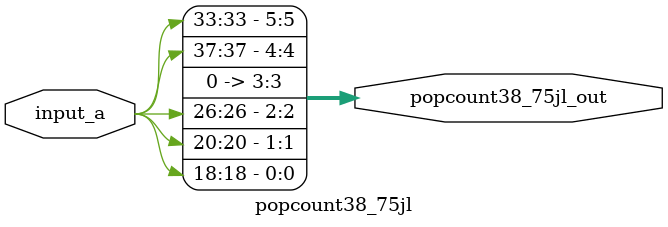
<source format=v>

module popcount38_75jl(input [37:0] input_a, output [5:0] popcount38_75jl_out);
  wire popcount38_75jl_core_040;
  wire popcount38_75jl_core_041;
  wire popcount38_75jl_core_042;
  wire popcount38_75jl_core_044;
  wire popcount38_75jl_core_047;
  wire popcount38_75jl_core_048;
  wire popcount38_75jl_core_049;
  wire popcount38_75jl_core_050;
  wire popcount38_75jl_core_051;
  wire popcount38_75jl_core_052;
  wire popcount38_75jl_core_054;
  wire popcount38_75jl_core_058;
  wire popcount38_75jl_core_060;
  wire popcount38_75jl_core_061;
  wire popcount38_75jl_core_063;
  wire popcount38_75jl_core_066;
  wire popcount38_75jl_core_068;
  wire popcount38_75jl_core_069;
  wire popcount38_75jl_core_070;
  wire popcount38_75jl_core_071;
  wire popcount38_75jl_core_072;
  wire popcount38_75jl_core_073;
  wire popcount38_75jl_core_075;
  wire popcount38_75jl_core_077;
  wire popcount38_75jl_core_078;
  wire popcount38_75jl_core_082;
  wire popcount38_75jl_core_084;
  wire popcount38_75jl_core_088;
  wire popcount38_75jl_core_089;
  wire popcount38_75jl_core_091;
  wire popcount38_75jl_core_092;
  wire popcount38_75jl_core_095;
  wire popcount38_75jl_core_096;
  wire popcount38_75jl_core_098;
  wire popcount38_75jl_core_099;
  wire popcount38_75jl_core_101;
  wire popcount38_75jl_core_104;
  wire popcount38_75jl_core_105;
  wire popcount38_75jl_core_108;
  wire popcount38_75jl_core_109;
  wire popcount38_75jl_core_110;
  wire popcount38_75jl_core_111;
  wire popcount38_75jl_core_112;
  wire popcount38_75jl_core_114;
  wire popcount38_75jl_core_115;
  wire popcount38_75jl_core_117;
  wire popcount38_75jl_core_118;
  wire popcount38_75jl_core_119;
  wire popcount38_75jl_core_120;
  wire popcount38_75jl_core_122;
  wire popcount38_75jl_core_125;
  wire popcount38_75jl_core_126;
  wire popcount38_75jl_core_127_not;
  wire popcount38_75jl_core_128;
  wire popcount38_75jl_core_130;
  wire popcount38_75jl_core_131;
  wire popcount38_75jl_core_132;
  wire popcount38_75jl_core_133;
  wire popcount38_75jl_core_134;
  wire popcount38_75jl_core_135;
  wire popcount38_75jl_core_137;
  wire popcount38_75jl_core_139;
  wire popcount38_75jl_core_140_not;
  wire popcount38_75jl_core_141_not;
  wire popcount38_75jl_core_142;
  wire popcount38_75jl_core_143;
  wire popcount38_75jl_core_144;
  wire popcount38_75jl_core_146;
  wire popcount38_75jl_core_147;
  wire popcount38_75jl_core_149;
  wire popcount38_75jl_core_152;
  wire popcount38_75jl_core_153;
  wire popcount38_75jl_core_155;
  wire popcount38_75jl_core_156;
  wire popcount38_75jl_core_158;
  wire popcount38_75jl_core_159;
  wire popcount38_75jl_core_161;
  wire popcount38_75jl_core_162;
  wire popcount38_75jl_core_163;
  wire popcount38_75jl_core_166;
  wire popcount38_75jl_core_167;
  wire popcount38_75jl_core_170;
  wire popcount38_75jl_core_171;
  wire popcount38_75jl_core_172;
  wire popcount38_75jl_core_173;
  wire popcount38_75jl_core_174;
  wire popcount38_75jl_core_175;
  wire popcount38_75jl_core_176;
  wire popcount38_75jl_core_179;
  wire popcount38_75jl_core_180;
  wire popcount38_75jl_core_181;
  wire popcount38_75jl_core_182;
  wire popcount38_75jl_core_183;
  wire popcount38_75jl_core_184;
  wire popcount38_75jl_core_185;
  wire popcount38_75jl_core_186;
  wire popcount38_75jl_core_187;
  wire popcount38_75jl_core_188;
  wire popcount38_75jl_core_191;
  wire popcount38_75jl_core_193;
  wire popcount38_75jl_core_194;
  wire popcount38_75jl_core_195;
  wire popcount38_75jl_core_199;
  wire popcount38_75jl_core_200;
  wire popcount38_75jl_core_201;
  wire popcount38_75jl_core_202;
  wire popcount38_75jl_core_204;
  wire popcount38_75jl_core_205;
  wire popcount38_75jl_core_206;
  wire popcount38_75jl_core_208;
  wire popcount38_75jl_core_209;
  wire popcount38_75jl_core_211;
  wire popcount38_75jl_core_212;
  wire popcount38_75jl_core_213;
  wire popcount38_75jl_core_214;
  wire popcount38_75jl_core_215;
  wire popcount38_75jl_core_216;
  wire popcount38_75jl_core_218;
  wire popcount38_75jl_core_219;
  wire popcount38_75jl_core_220;
  wire popcount38_75jl_core_221;
  wire popcount38_75jl_core_224;
  wire popcount38_75jl_core_225_not;
  wire popcount38_75jl_core_226;
  wire popcount38_75jl_core_228;
  wire popcount38_75jl_core_230;
  wire popcount38_75jl_core_232;
  wire popcount38_75jl_core_233;
  wire popcount38_75jl_core_235;
  wire popcount38_75jl_core_236;
  wire popcount38_75jl_core_239;
  wire popcount38_75jl_core_240;
  wire popcount38_75jl_core_242;
  wire popcount38_75jl_core_243;
  wire popcount38_75jl_core_244;
  wire popcount38_75jl_core_245;
  wire popcount38_75jl_core_246;
  wire popcount38_75jl_core_247;
  wire popcount38_75jl_core_249;
  wire popcount38_75jl_core_250;
  wire popcount38_75jl_core_251;
  wire popcount38_75jl_core_253;
  wire popcount38_75jl_core_254;
  wire popcount38_75jl_core_256;
  wire popcount38_75jl_core_258;
  wire popcount38_75jl_core_259;
  wire popcount38_75jl_core_260;
  wire popcount38_75jl_core_261;
  wire popcount38_75jl_core_262;
  wire popcount38_75jl_core_263;
  wire popcount38_75jl_core_264;
  wire popcount38_75jl_core_265;
  wire popcount38_75jl_core_266;
  wire popcount38_75jl_core_267;
  wire popcount38_75jl_core_268;
  wire popcount38_75jl_core_271;
  wire popcount38_75jl_core_272;
  wire popcount38_75jl_core_274;
  wire popcount38_75jl_core_276;
  wire popcount38_75jl_core_277;
  wire popcount38_75jl_core_278;
  wire popcount38_75jl_core_280;
  wire popcount38_75jl_core_281;
  wire popcount38_75jl_core_283;
  wire popcount38_75jl_core_285;
  wire popcount38_75jl_core_286;
  wire popcount38_75jl_core_290;
  wire popcount38_75jl_core_291;
  wire popcount38_75jl_core_292;
  wire popcount38_75jl_core_293;

  assign popcount38_75jl_core_040 = ~input_a[3];
  assign popcount38_75jl_core_041 = ~(input_a[34] ^ input_a[37]);
  assign popcount38_75jl_core_042 = input_a[28] | input_a[31];
  assign popcount38_75jl_core_044 = ~input_a[7];
  assign popcount38_75jl_core_047 = input_a[35] ^ input_a[22];
  assign popcount38_75jl_core_048 = ~(input_a[28] | input_a[18]);
  assign popcount38_75jl_core_049 = input_a[21] | input_a[28];
  assign popcount38_75jl_core_050 = ~(input_a[22] ^ input_a[33]);
  assign popcount38_75jl_core_051 = ~(input_a[26] | input_a[19]);
  assign popcount38_75jl_core_052 = input_a[36] ^ input_a[22];
  assign popcount38_75jl_core_054 = ~(input_a[24] & input_a[18]);
  assign popcount38_75jl_core_058 = input_a[34] ^ input_a[25];
  assign popcount38_75jl_core_060 = ~(input_a[30] | input_a[24]);
  assign popcount38_75jl_core_061 = ~(input_a[18] | input_a[22]);
  assign popcount38_75jl_core_063 = input_a[24] | input_a[31];
  assign popcount38_75jl_core_066 = ~(input_a[8] ^ input_a[7]);
  assign popcount38_75jl_core_068 = input_a[24] & input_a[25];
  assign popcount38_75jl_core_069 = ~input_a[7];
  assign popcount38_75jl_core_070 = input_a[19] | input_a[10];
  assign popcount38_75jl_core_071 = input_a[14] ^ input_a[6];
  assign popcount38_75jl_core_072 = ~input_a[22];
  assign popcount38_75jl_core_073 = input_a[23] ^ input_a[6];
  assign popcount38_75jl_core_075 = ~(input_a[26] & input_a[17]);
  assign popcount38_75jl_core_077 = input_a[6] | input_a[7];
  assign popcount38_75jl_core_078 = ~(input_a[14] | input_a[27]);
  assign popcount38_75jl_core_082 = ~input_a[34];
  assign popcount38_75jl_core_084 = input_a[17] | input_a[27];
  assign popcount38_75jl_core_088 = ~(input_a[4] | input_a[14]);
  assign popcount38_75jl_core_089 = ~(input_a[6] | input_a[14]);
  assign popcount38_75jl_core_091 = ~(input_a[34] | input_a[37]);
  assign popcount38_75jl_core_092 = ~input_a[18];
  assign popcount38_75jl_core_095 = ~(input_a[15] & input_a[27]);
  assign popcount38_75jl_core_096 = ~(input_a[34] ^ input_a[1]);
  assign popcount38_75jl_core_098 = input_a[7] & input_a[22];
  assign popcount38_75jl_core_099 = ~(input_a[14] & input_a[5]);
  assign popcount38_75jl_core_101 = ~(input_a[17] ^ input_a[32]);
  assign popcount38_75jl_core_104 = ~(input_a[6] ^ input_a[19]);
  assign popcount38_75jl_core_105 = ~input_a[28];
  assign popcount38_75jl_core_108 = ~input_a[7];
  assign popcount38_75jl_core_109 = ~(input_a[0] & input_a[7]);
  assign popcount38_75jl_core_110 = input_a[28] ^ input_a[7];
  assign popcount38_75jl_core_111 = ~(input_a[37] ^ input_a[29]);
  assign popcount38_75jl_core_112 = ~(input_a[9] ^ input_a[25]);
  assign popcount38_75jl_core_114 = input_a[33] ^ input_a[30];
  assign popcount38_75jl_core_115 = input_a[15] & input_a[3];
  assign popcount38_75jl_core_117 = ~(input_a[17] | input_a[19]);
  assign popcount38_75jl_core_118 = input_a[29] ^ input_a[12];
  assign popcount38_75jl_core_119 = ~(input_a[14] | input_a[36]);
  assign popcount38_75jl_core_120 = ~(input_a[8] & input_a[16]);
  assign popcount38_75jl_core_122 = input_a[37] ^ input_a[32];
  assign popcount38_75jl_core_125 = input_a[19] ^ input_a[12];
  assign popcount38_75jl_core_126 = ~(input_a[29] ^ input_a[2]);
  assign popcount38_75jl_core_127_not = ~input_a[5];
  assign popcount38_75jl_core_128 = ~(input_a[27] & input_a[33]);
  assign popcount38_75jl_core_130 = ~(input_a[28] | input_a[1]);
  assign popcount38_75jl_core_131 = input_a[34] | input_a[20];
  assign popcount38_75jl_core_132 = ~(input_a[33] ^ input_a[4]);
  assign popcount38_75jl_core_133 = ~(input_a[11] | input_a[13]);
  assign popcount38_75jl_core_134 = ~(input_a[22] | input_a[20]);
  assign popcount38_75jl_core_135 = ~input_a[6];
  assign popcount38_75jl_core_137 = input_a[32] & input_a[19];
  assign popcount38_75jl_core_139 = input_a[20] | input_a[32];
  assign popcount38_75jl_core_140_not = ~input_a[15];
  assign popcount38_75jl_core_141_not = ~input_a[33];
  assign popcount38_75jl_core_142 = ~(input_a[2] | input_a[9]);
  assign popcount38_75jl_core_143 = ~(input_a[34] | input_a[26]);
  assign popcount38_75jl_core_144 = ~input_a[16];
  assign popcount38_75jl_core_146 = input_a[2] | input_a[19];
  assign popcount38_75jl_core_147 = input_a[9] ^ input_a[18];
  assign popcount38_75jl_core_149 = input_a[5] | input_a[15];
  assign popcount38_75jl_core_152 = input_a[29] & input_a[10];
  assign popcount38_75jl_core_153 = input_a[14] | input_a[10];
  assign popcount38_75jl_core_155 = ~(input_a[18] & input_a[34]);
  assign popcount38_75jl_core_156 = ~(input_a[25] | input_a[29]);
  assign popcount38_75jl_core_158 = ~(input_a[3] ^ input_a[25]);
  assign popcount38_75jl_core_159 = ~input_a[14];
  assign popcount38_75jl_core_161 = input_a[12] | input_a[16];
  assign popcount38_75jl_core_162 = input_a[24] ^ input_a[29];
  assign popcount38_75jl_core_163 = ~(input_a[19] & input_a[22]);
  assign popcount38_75jl_core_166 = ~input_a[20];
  assign popcount38_75jl_core_167 = ~(input_a[2] ^ input_a[20]);
  assign popcount38_75jl_core_170 = input_a[17] | input_a[15];
  assign popcount38_75jl_core_171 = ~(input_a[7] & input_a[37]);
  assign popcount38_75jl_core_172 = ~(input_a[37] | input_a[37]);
  assign popcount38_75jl_core_173 = ~(input_a[15] | input_a[8]);
  assign popcount38_75jl_core_174 = ~(input_a[19] ^ input_a[0]);
  assign popcount38_75jl_core_175 = ~(input_a[17] ^ input_a[29]);
  assign popcount38_75jl_core_176 = ~input_a[22];
  assign popcount38_75jl_core_179 = ~(input_a[6] & input_a[26]);
  assign popcount38_75jl_core_180 = ~(input_a[30] | input_a[17]);
  assign popcount38_75jl_core_181 = input_a[35] | input_a[22];
  assign popcount38_75jl_core_182 = input_a[32] & input_a[30];
  assign popcount38_75jl_core_183 = ~(input_a[30] & input_a[16]);
  assign popcount38_75jl_core_184 = ~(input_a[5] & input_a[28]);
  assign popcount38_75jl_core_185 = ~(input_a[8] ^ input_a[16]);
  assign popcount38_75jl_core_186 = input_a[15] | input_a[34];
  assign popcount38_75jl_core_187 = ~(input_a[15] | input_a[37]);
  assign popcount38_75jl_core_188 = ~(input_a[13] & input_a[0]);
  assign popcount38_75jl_core_191 = ~(input_a[35] & input_a[29]);
  assign popcount38_75jl_core_193 = ~(input_a[4] & input_a[28]);
  assign popcount38_75jl_core_194 = ~input_a[1];
  assign popcount38_75jl_core_195 = input_a[0] | input_a[23];
  assign popcount38_75jl_core_199 = input_a[9] | input_a[34];
  assign popcount38_75jl_core_200 = input_a[13] & input_a[28];
  assign popcount38_75jl_core_201 = ~(input_a[34] ^ input_a[19]);
  assign popcount38_75jl_core_202 = ~(input_a[9] ^ input_a[6]);
  assign popcount38_75jl_core_204 = ~(input_a[37] ^ input_a[1]);
  assign popcount38_75jl_core_205 = input_a[6] & input_a[31];
  assign popcount38_75jl_core_206 = input_a[19] | input_a[27];
  assign popcount38_75jl_core_208 = ~(input_a[32] | input_a[3]);
  assign popcount38_75jl_core_209 = ~(input_a[25] & input_a[13]);
  assign popcount38_75jl_core_211 = ~input_a[19];
  assign popcount38_75jl_core_212 = ~(input_a[12] ^ input_a[37]);
  assign popcount38_75jl_core_213 = ~(input_a[9] | input_a[25]);
  assign popcount38_75jl_core_214 = input_a[37] | input_a[31];
  assign popcount38_75jl_core_215 = ~(input_a[2] & input_a[7]);
  assign popcount38_75jl_core_216 = input_a[33] ^ input_a[33];
  assign popcount38_75jl_core_218 = input_a[9] | input_a[17];
  assign popcount38_75jl_core_219 = input_a[23] ^ input_a[3];
  assign popcount38_75jl_core_220 = input_a[35] ^ input_a[1];
  assign popcount38_75jl_core_221 = input_a[34] & input_a[16];
  assign popcount38_75jl_core_224 = input_a[31] & input_a[28];
  assign popcount38_75jl_core_225_not = ~input_a[23];
  assign popcount38_75jl_core_226 = input_a[14] & input_a[27];
  assign popcount38_75jl_core_228 = ~(input_a[18] & input_a[33]);
  assign popcount38_75jl_core_230 = input_a[10] & input_a[3];
  assign popcount38_75jl_core_232 = ~(input_a[12] ^ input_a[1]);
  assign popcount38_75jl_core_233 = ~(input_a[35] ^ input_a[0]);
  assign popcount38_75jl_core_235 = ~(input_a[31] | input_a[9]);
  assign popcount38_75jl_core_236 = input_a[8] | input_a[10];
  assign popcount38_75jl_core_239 = ~input_a[5];
  assign popcount38_75jl_core_240 = ~input_a[17];
  assign popcount38_75jl_core_242 = input_a[37] | input_a[33];
  assign popcount38_75jl_core_243 = input_a[4] | input_a[31];
  assign popcount38_75jl_core_244 = ~(input_a[5] ^ input_a[9]);
  assign popcount38_75jl_core_245 = input_a[16] | input_a[30];
  assign popcount38_75jl_core_246 = ~input_a[34];
  assign popcount38_75jl_core_247 = input_a[27] | input_a[4];
  assign popcount38_75jl_core_249 = ~(input_a[24] & input_a[20]);
  assign popcount38_75jl_core_250 = ~(input_a[8] & input_a[35]);
  assign popcount38_75jl_core_251 = input_a[26] & input_a[27];
  assign popcount38_75jl_core_253 = ~(input_a[10] ^ input_a[10]);
  assign popcount38_75jl_core_254 = input_a[29] ^ input_a[3];
  assign popcount38_75jl_core_256 = ~(input_a[24] & input_a[2]);
  assign popcount38_75jl_core_258 = ~(input_a[26] ^ input_a[32]);
  assign popcount38_75jl_core_259 = ~(input_a[11] & input_a[20]);
  assign popcount38_75jl_core_260 = ~input_a[15];
  assign popcount38_75jl_core_261 = ~(input_a[16] & input_a[37]);
  assign popcount38_75jl_core_262 = input_a[34] & input_a[9];
  assign popcount38_75jl_core_263 = input_a[18] ^ input_a[10];
  assign popcount38_75jl_core_264 = ~(input_a[22] | input_a[3]);
  assign popcount38_75jl_core_265 = ~input_a[4];
  assign popcount38_75jl_core_266 = input_a[33] | input_a[5];
  assign popcount38_75jl_core_267 = input_a[5] | input_a[3];
  assign popcount38_75jl_core_268 = ~(input_a[9] & input_a[4]);
  assign popcount38_75jl_core_271 = input_a[20] & input_a[31];
  assign popcount38_75jl_core_272 = input_a[32] & input_a[24];
  assign popcount38_75jl_core_274 = ~(input_a[21] | input_a[28]);
  assign popcount38_75jl_core_276 = input_a[20] | input_a[4];
  assign popcount38_75jl_core_277 = input_a[17] & input_a[18];
  assign popcount38_75jl_core_278 = input_a[37] ^ input_a[35];
  assign popcount38_75jl_core_280 = ~(input_a[2] ^ input_a[12]);
  assign popcount38_75jl_core_281 = ~(input_a[16] | input_a[3]);
  assign popcount38_75jl_core_283 = input_a[14] ^ input_a[0];
  assign popcount38_75jl_core_285 = input_a[37] | input_a[26];
  assign popcount38_75jl_core_286 = ~(input_a[2] & input_a[34]);
  assign popcount38_75jl_core_290 = ~(input_a[0] & input_a[28]);
  assign popcount38_75jl_core_291 = input_a[35] | input_a[12];
  assign popcount38_75jl_core_292 = ~input_a[30];
  assign popcount38_75jl_core_293 = input_a[25] & input_a[27];

  assign popcount38_75jl_out[0] = input_a[18];
  assign popcount38_75jl_out[1] = input_a[20];
  assign popcount38_75jl_out[2] = input_a[26];
  assign popcount38_75jl_out[3] = 1'b0;
  assign popcount38_75jl_out[4] = input_a[37];
  assign popcount38_75jl_out[5] = input_a[33];
endmodule
</source>
